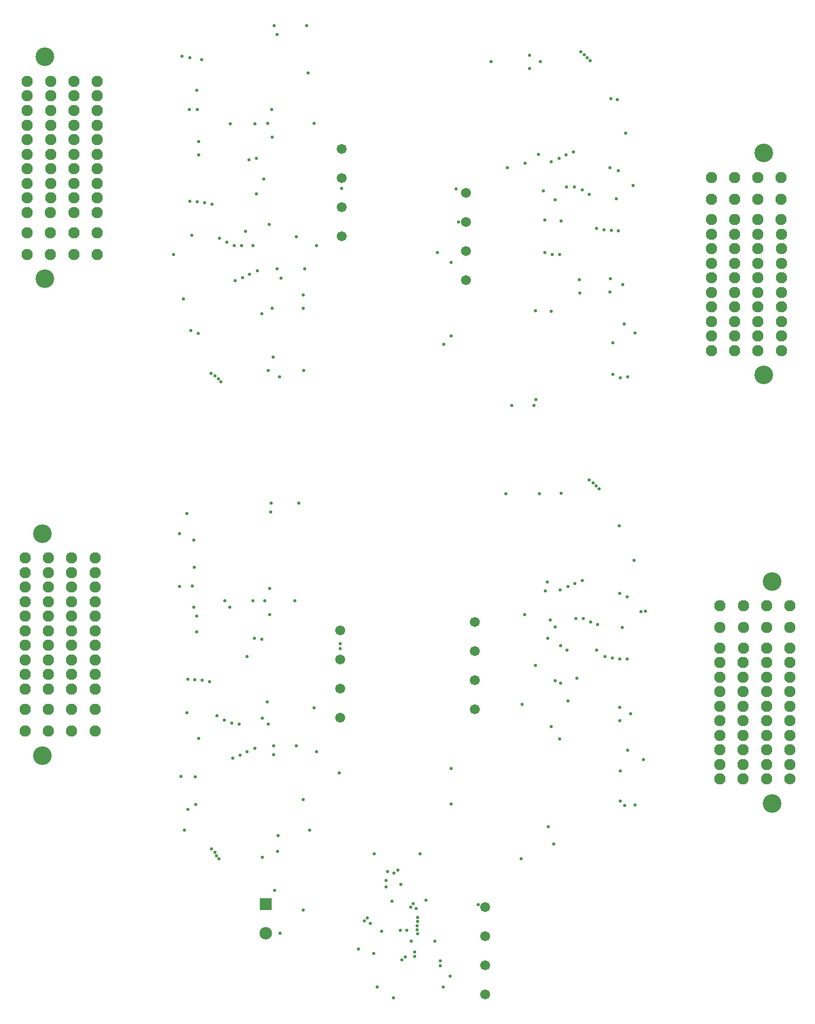
<source format=gbs>
G04 Layer_Color=16711935*
%FSLAX25Y25*%
%MOIN*%
G70*
G01*
G75*
%ADD44C,0.06706*%
%ADD45C,0.08477*%
%ADD46R,0.08477X0.08477*%
%ADD47C,0.07690*%
%ADD48C,0.12611*%
%ADD49O,0.07690X0.07300*%
%ADD50C,0.02300*%
D44*
X618500Y615500D02*
D03*
Y595815D02*
D03*
Y576130D02*
D03*
Y556445D02*
D03*
X521500Y1068815D02*
D03*
Y1088500D02*
D03*
Y1108185D02*
D03*
Y1127870D02*
D03*
X611500Y808185D02*
D03*
Y788500D02*
D03*
Y768815D02*
D03*
Y749130D02*
D03*
X605500Y1039130D02*
D03*
Y1058815D02*
D03*
Y1078500D02*
D03*
Y1098185D02*
D03*
X520500Y802555D02*
D03*
Y782870D02*
D03*
Y763185D02*
D03*
Y743500D02*
D03*
D45*
X470100Y597858D02*
D03*
D46*
Y617543D02*
D03*
D47*
X818712Y991488D02*
D03*
Y1001331D02*
D03*
Y1011173D02*
D03*
Y1021016D02*
D03*
Y1030858D02*
D03*
Y1040701D02*
D03*
Y1050543D02*
D03*
Y1060386D02*
D03*
Y1070228D02*
D03*
X802964Y991488D02*
D03*
Y1001331D02*
D03*
Y1011173D02*
D03*
Y1021016D02*
D03*
Y1030858D02*
D03*
Y1040701D02*
D03*
Y1050543D02*
D03*
Y1060386D02*
D03*
Y1070228D02*
D03*
X787216Y991488D02*
D03*
Y1001331D02*
D03*
Y1011173D02*
D03*
Y1021016D02*
D03*
Y1030858D02*
D03*
Y1040701D02*
D03*
Y1050543D02*
D03*
Y1060386D02*
D03*
Y1070228D02*
D03*
X771468Y991488D02*
D03*
Y1001331D02*
D03*
Y1011173D02*
D03*
Y1021016D02*
D03*
Y1030858D02*
D03*
Y1040701D02*
D03*
Y1050543D02*
D03*
Y1060386D02*
D03*
Y1070228D02*
D03*
X818700Y1093900D02*
D03*
X803000D02*
D03*
X787300D02*
D03*
X771500D02*
D03*
X818700Y1108500D02*
D03*
X803000D02*
D03*
X787300D02*
D03*
X771500D02*
D03*
Y1080100D02*
D03*
X787300D02*
D03*
X803000D02*
D03*
X818700D02*
D03*
X824488Y790612D02*
D03*
X808788D02*
D03*
X793088D02*
D03*
X777288D02*
D03*
Y819012D02*
D03*
X793088D02*
D03*
X808788D02*
D03*
X824488D02*
D03*
X777288Y804412D02*
D03*
X793088D02*
D03*
X808788D02*
D03*
X824488D02*
D03*
X777256Y780740D02*
D03*
Y770898D02*
D03*
Y761055D02*
D03*
Y751213D02*
D03*
Y741370D02*
D03*
Y731528D02*
D03*
Y721685D02*
D03*
Y711843D02*
D03*
Y702000D02*
D03*
X793004Y780740D02*
D03*
Y770898D02*
D03*
Y761055D02*
D03*
Y751213D02*
D03*
Y741370D02*
D03*
Y731528D02*
D03*
Y721685D02*
D03*
Y711843D02*
D03*
Y702000D02*
D03*
X808752Y780740D02*
D03*
Y770898D02*
D03*
Y761055D02*
D03*
Y751213D02*
D03*
Y741370D02*
D03*
Y731528D02*
D03*
Y721685D02*
D03*
Y711843D02*
D03*
Y702000D02*
D03*
X824500Y780740D02*
D03*
Y770898D02*
D03*
Y761055D02*
D03*
Y751213D02*
D03*
Y741370D02*
D03*
Y731528D02*
D03*
Y721685D02*
D03*
Y711843D02*
D03*
X307500Y851500D02*
D03*
Y841657D02*
D03*
Y831815D02*
D03*
Y821972D02*
D03*
Y812130D02*
D03*
Y802287D02*
D03*
Y792445D02*
D03*
Y782602D02*
D03*
Y772760D02*
D03*
X323248Y851500D02*
D03*
Y841657D02*
D03*
Y831815D02*
D03*
Y821972D02*
D03*
Y812130D02*
D03*
Y802287D02*
D03*
Y792445D02*
D03*
Y782602D02*
D03*
Y772760D02*
D03*
X338996Y851500D02*
D03*
Y841657D02*
D03*
Y831815D02*
D03*
Y821972D02*
D03*
Y812130D02*
D03*
Y802287D02*
D03*
Y792445D02*
D03*
Y782602D02*
D03*
Y772760D02*
D03*
X354744Y851500D02*
D03*
Y841657D02*
D03*
Y831815D02*
D03*
Y821972D02*
D03*
Y812130D02*
D03*
Y802287D02*
D03*
Y792445D02*
D03*
Y782602D02*
D03*
Y772760D02*
D03*
X307512Y749088D02*
D03*
X323212D02*
D03*
X338912D02*
D03*
X354712D02*
D03*
X307512Y734488D02*
D03*
X323212D02*
D03*
X338912D02*
D03*
X354712D02*
D03*
Y762888D02*
D03*
X338912D02*
D03*
X323212D02*
D03*
X307512D02*
D03*
X309000Y1084900D02*
D03*
X324700D02*
D03*
X340400D02*
D03*
X356200D02*
D03*
Y1056500D02*
D03*
X340400D02*
D03*
X324700D02*
D03*
X309000D02*
D03*
X356200Y1071100D02*
D03*
X340400D02*
D03*
X324700D02*
D03*
X309000D02*
D03*
X356232Y1094772D02*
D03*
Y1104614D02*
D03*
Y1114457D02*
D03*
Y1124299D02*
D03*
Y1134142D02*
D03*
Y1143984D02*
D03*
Y1153827D02*
D03*
Y1163669D02*
D03*
Y1173512D02*
D03*
X340484Y1094772D02*
D03*
Y1104614D02*
D03*
Y1114457D02*
D03*
Y1124299D02*
D03*
Y1134142D02*
D03*
Y1143984D02*
D03*
Y1153827D02*
D03*
Y1163669D02*
D03*
Y1173512D02*
D03*
X324736Y1094772D02*
D03*
Y1104614D02*
D03*
Y1114457D02*
D03*
Y1124299D02*
D03*
Y1134142D02*
D03*
Y1143984D02*
D03*
Y1153827D02*
D03*
Y1163669D02*
D03*
Y1173512D02*
D03*
X308988Y1094772D02*
D03*
Y1104614D02*
D03*
Y1114457D02*
D03*
Y1124299D02*
D03*
Y1134142D02*
D03*
Y1143984D02*
D03*
Y1153827D02*
D03*
Y1163669D02*
D03*
Y1173512D02*
D03*
D48*
X806900Y1125000D02*
D03*
Y975000D02*
D03*
X812688Y685512D02*
D03*
Y835512D02*
D03*
X319312Y717988D02*
D03*
Y867988D02*
D03*
X320800Y1190000D02*
D03*
Y1040000D02*
D03*
D49*
X824500Y702000D02*
D03*
D50*
X643400Y752500D02*
D03*
X652700Y778700D02*
D03*
X543200Y584300D02*
D03*
X480000Y597800D02*
D03*
X412876Y703924D02*
D03*
X422876Y684724D02*
D03*
X478300Y653300D02*
D03*
X478500Y663700D02*
D03*
X543700Y651500D02*
D03*
X574600Y651400D02*
D03*
X532900Y587280D02*
D03*
X417500Y681500D02*
D03*
X500000Y667500D02*
D03*
X504500Y720500D02*
D03*
X502815Y750315D02*
D03*
X495500Y688000D02*
D03*
X520000Y706000D02*
D03*
X412000Y832000D02*
D03*
X421500Y818000D02*
D03*
X446000Y818000D02*
D03*
X467500Y796500D02*
D03*
X420500Y832500D02*
D03*
X462500Y797000D02*
D03*
X474500Y1020000D02*
D03*
X495500D02*
D03*
Y1029000D02*
D03*
X504500Y1062500D02*
D03*
X427000Y1188000D02*
D03*
X499000Y1179000D02*
D03*
X467500Y1016600D02*
D03*
X480500Y1040500D02*
D03*
X491000Y1068500D02*
D03*
X419000Y1189500D02*
D03*
X521500Y1101000D02*
D03*
X408000Y1056500D02*
D03*
X418500Y1154500D02*
D03*
X468988Y1107488D02*
D03*
X419500Y1005000D02*
D03*
X464500Y1045500D02*
D03*
X456500Y1072000D02*
D03*
X463988Y1097488D02*
D03*
X424000Y1154500D02*
D03*
X463988Y1121512D02*
D03*
X643000Y648000D02*
D03*
X665000Y658000D02*
D03*
X663146Y737354D02*
D03*
X717000Y746000D02*
D03*
X680000Y810500D02*
D03*
X685000D02*
D03*
X694500Y806500D02*
D03*
X689878Y808000D02*
D03*
X659095Y829095D02*
D03*
X632378Y894878D02*
D03*
X655122D02*
D03*
X636500Y954500D02*
D03*
X651500D02*
D03*
X652500Y1018500D02*
D03*
X711500Y1036000D02*
D03*
X622689Y1186811D02*
D03*
X655811D02*
D03*
X595500Y1051000D02*
D03*
Y1001500D02*
D03*
Y709000D02*
D03*
Y685000D02*
D03*
X559400Y640500D02*
D03*
X476300Y626700D02*
D03*
X467976Y649024D02*
D03*
X490906Y724406D02*
D03*
X475406D02*
D03*
X461500Y822500D02*
D03*
X442500D02*
D03*
X490000D02*
D03*
X469500D02*
D03*
X492406Y888406D02*
D03*
X473906D02*
D03*
X496000Y978000D02*
D03*
X472000D02*
D03*
X496406Y1046906D02*
D03*
X477906D02*
D03*
X462866Y1144866D02*
D03*
X446366D02*
D03*
X503000Y1145000D02*
D03*
X471500D02*
D03*
X498000Y1211000D02*
D03*
X476000D02*
D03*
X555500Y619500D02*
D03*
X495500Y613500D02*
D03*
X557000Y638500D02*
D03*
X552500Y639500D02*
D03*
X551500Y633500D02*
D03*
Y629000D02*
D03*
X475500Y718500D02*
D03*
X473500Y882500D02*
D03*
X572000Y614500D02*
D03*
X569950Y617950D02*
D03*
X568150Y615500D02*
D03*
X660500Y835000D02*
D03*
X711047Y804547D02*
D03*
X661047Y669953D02*
D03*
X541000Y604500D02*
D03*
X538800Y608200D02*
D03*
X537000Y606000D02*
D03*
X653000Y958500D02*
D03*
X654500Y1124000D02*
D03*
X707094Y1094094D02*
D03*
X477905Y1205095D02*
D03*
X420094Y1069406D02*
D03*
X416953Y746953D02*
D03*
X683200Y1193500D02*
D03*
X685700Y1191500D02*
D03*
X687700Y1189500D02*
D03*
X689700Y1187500D02*
D03*
X693848Y1074274D02*
D03*
X698848Y1073274D02*
D03*
X703848Y1072774D02*
D03*
X708700Y1072500D02*
D03*
X684090Y1100017D02*
D03*
X688848Y1097274D02*
D03*
X678855Y1102267D02*
D03*
X663348Y1119274D02*
D03*
X668586Y1121536D02*
D03*
X673336Y1123786D02*
D03*
X678336Y1125786D02*
D03*
X688988Y904012D02*
D03*
X691488Y902012D02*
D03*
X693488Y900012D02*
D03*
X695488Y898012D02*
D03*
X699636Y784786D02*
D03*
X704636Y783786D02*
D03*
X709636Y783286D02*
D03*
X714488Y783012D02*
D03*
X669136Y829786D02*
D03*
X674374Y832048D02*
D03*
X679124Y834298D02*
D03*
X447876Y716202D02*
D03*
X452876Y718202D02*
D03*
X457626Y720452D02*
D03*
X462864Y722714D02*
D03*
X447357Y739721D02*
D03*
X437364Y744714D02*
D03*
X442122Y741971D02*
D03*
X452364Y739214D02*
D03*
X417512Y769488D02*
D03*
X422364Y769214D02*
D03*
X427364Y768714D02*
D03*
X432364Y767714D02*
D03*
X448993Y1062507D02*
D03*
X443757Y1064757D02*
D03*
X439000Y1067500D02*
D03*
X434000Y1090500D02*
D03*
X429000Y1091500D02*
D03*
X424000Y1092000D02*
D03*
X419000Y1092500D02*
D03*
X449512Y1038988D02*
D03*
X454512Y1040988D02*
D03*
X459262Y1043238D02*
D03*
X548563Y599063D02*
D03*
X520500Y790000D02*
D03*
Y793500D02*
D03*
X417000Y881500D02*
D03*
X467810Y743190D02*
D03*
X425000Y729500D02*
D03*
X421500Y863500D02*
D03*
X472000Y739000D02*
D03*
X422500Y703500D02*
D03*
X658000Y1099500D02*
D03*
X703000Y1115000D02*
D03*
X666000Y1093500D02*
D03*
X708500Y1113000D02*
D03*
X659012Y1057988D02*
D03*
X720000Y1003500D02*
D03*
X712500Y1009500D02*
D03*
X704988Y975512D02*
D03*
X682500Y1030500D02*
D03*
X664012Y1056488D02*
D03*
X670000Y1079000D02*
D03*
X708000Y1161000D02*
D03*
X718500Y1103000D02*
D03*
X684124Y836298D02*
D03*
X709500Y827500D02*
D03*
X714500Y825000D02*
D03*
X666000Y768500D02*
D03*
X725500Y715000D02*
D03*
X669378Y766878D02*
D03*
X715000Y721500D02*
D03*
X710000Y687000D02*
D03*
X674000Y789000D02*
D03*
X713000Y684000D02*
D03*
X669500Y792000D02*
D03*
X727000Y815500D02*
D03*
X680500Y770000D02*
D03*
X694000Y789000D02*
D03*
X724000Y815000D02*
D03*
X424803Y1123689D02*
D03*
Y1132689D02*
D03*
X471228Y754299D02*
D03*
X457500Y784700D02*
D03*
X423500Y812000D02*
D03*
X423400Y801500D02*
D03*
X472854Y813200D02*
D03*
X472854Y830954D02*
D03*
X422000Y845300D02*
D03*
X412000Y867800D02*
D03*
X424512Y1003312D02*
D03*
X414512Y1026412D02*
D03*
X475197Y987103D02*
D03*
X479511Y973689D02*
D03*
X472488Y1076988D02*
D03*
X458988Y1120488D02*
D03*
X423512Y1167588D02*
D03*
X413512Y1190488D02*
D03*
X474600Y1135800D02*
D03*
X474354Y1154454D02*
D03*
X703488Y1161812D02*
D03*
X713488Y1138612D02*
D03*
X648411Y1182311D02*
D03*
X648589Y1191311D02*
D03*
X669012Y1056588D02*
D03*
X659012Y1079688D02*
D03*
X703100Y1040200D02*
D03*
X702889Y1031311D02*
D03*
X663342Y1018100D02*
D03*
X704988Y996912D02*
D03*
X714988Y973688D02*
D03*
X669830Y895000D02*
D03*
X719354Y849746D02*
D03*
X709354Y873254D02*
D03*
X661023Y797323D02*
D03*
X674378Y754878D02*
D03*
X709622Y750622D02*
D03*
Y741622D02*
D03*
X668854Y729200D02*
D03*
X710000Y707600D02*
D03*
X720000Y684400D02*
D03*
X600400Y1078500D02*
D03*
X586200Y1057800D02*
D03*
X590500Y995700D02*
D03*
X709800Y973100D02*
D03*
X682200Y1039400D02*
D03*
X673600Y1102000D02*
D03*
X454000Y1062500D02*
D03*
X461500Y1062600D02*
D03*
X665796Y804800D02*
D03*
X662500Y809500D02*
D03*
X645200Y813200D02*
D03*
X545400Y561591D02*
D03*
X556572Y554128D02*
D03*
X590354Y561346D02*
D03*
X594800Y568700D02*
D03*
X578500Y620300D02*
D03*
X572663Y602937D02*
D03*
X572800Y605700D02*
D03*
X572700Y600100D02*
D03*
X572800Y608400D02*
D03*
X572750Y597400D02*
D03*
X613800Y617300D02*
D03*
X588200Y579300D02*
D03*
Y575800D02*
D03*
X633500Y1115000D02*
D03*
X598800Y1100900D02*
D03*
X561600Y630900D02*
D03*
X433546Y654754D02*
D03*
X435900Y652600D02*
D03*
X436721Y650100D02*
D03*
X438600Y648000D02*
D03*
X415100Y667500D02*
D03*
X433300Y976300D02*
D03*
X438300Y972600D02*
D03*
X439800Y970400D02*
D03*
X436000Y974600D02*
D03*
X645594Y1118094D02*
D03*
X562200Y579700D02*
D03*
X564600Y581700D02*
D03*
X571000Y582300D02*
D03*
Y585200D02*
D03*
X561300Y599900D02*
D03*
X568600Y592600D02*
D03*
X584500D02*
D03*
X565700Y599700D02*
D03*
M02*

</source>
